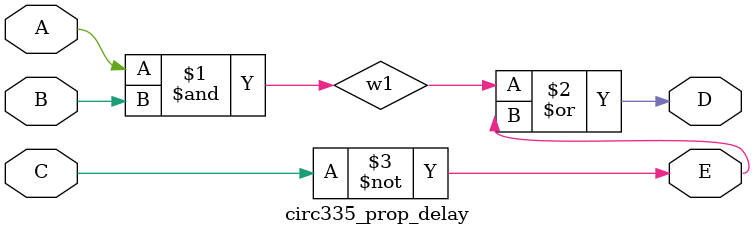
<source format=v>
`timescale 1ns / 1ps


module circ335_prop_delay(
    // INPUTS
    A
    ,B
    ,C
    // OUTPUTS
    ,D
    ,E
    );

    output D, E;
    input A, B, C;
    wire w1;

    and #(30) G1(w1, A, B); // opt gate instance name
    not #(10) G2(E, C);
    or #(20) G3(D, w1, E);
endmodule

</source>
